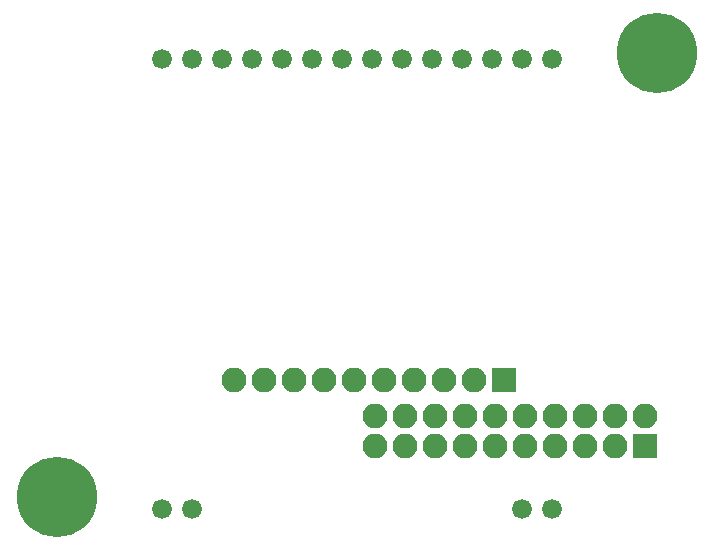
<source format=gbs>
G04 #@! TF.GenerationSoftware,KiCad,Pcbnew,(5.1.6-0-10_14)*
G04 #@! TF.CreationDate,2021-08-09T12:52:48+02:00*
G04 #@! TF.ProjectId,dogs102,646f6773-3130-4322-9e6b-696361645f70,rev?*
G04 #@! TF.SameCoordinates,Original*
G04 #@! TF.FileFunction,Soldermask,Bot*
G04 #@! TF.FilePolarity,Negative*
%FSLAX46Y46*%
G04 Gerber Fmt 4.6, Leading zero omitted, Abs format (unit mm)*
G04 Created by KiCad (PCBNEW (5.1.6-0-10_14)) date 2021-08-09 12:52:48*
%MOMM*%
%LPD*%
G01*
G04 APERTURE LIST*
%ADD10O,2.100000X2.100000*%
%ADD11R,2.100000X2.100000*%
%ADD12C,1.200000*%
%ADD13C,6.800000*%
%ADD14C,1.680000*%
G04 APERTURE END LIST*
D10*
X148590000Y-116586000D03*
X148590000Y-119126000D03*
X151130000Y-116586000D03*
X151130000Y-119126000D03*
X153670000Y-116586000D03*
X153670000Y-119126000D03*
X156210000Y-116586000D03*
X156210000Y-119126000D03*
X158750000Y-116586000D03*
X158750000Y-119126000D03*
X161290000Y-116586000D03*
X161290000Y-119126000D03*
X163830000Y-116586000D03*
X163830000Y-119126000D03*
X166370000Y-116586000D03*
X166370000Y-119126000D03*
X168910000Y-116586000D03*
X168910000Y-119126000D03*
X171450000Y-116586000D03*
D11*
X171450000Y-119126000D03*
D12*
X174163056Y-84154944D03*
X172466000Y-83452000D03*
X170768944Y-84154944D03*
X170066000Y-85852000D03*
X170768944Y-87549056D03*
X172466000Y-88252000D03*
X174163056Y-87549056D03*
X174866000Y-85852000D03*
D13*
X172466000Y-85852000D03*
D12*
X123363056Y-121746944D03*
X121666000Y-121044000D03*
X119968944Y-121746944D03*
X119266000Y-123444000D03*
X119968944Y-125141056D03*
X121666000Y-125844000D03*
X123363056Y-125141056D03*
X124066000Y-123444000D03*
D13*
X121666000Y-123444000D03*
D10*
X136652000Y-113538000D03*
X139192000Y-113538000D03*
X141732000Y-113538000D03*
X144272000Y-113538000D03*
X146812000Y-113538000D03*
X149352000Y-113538000D03*
X151892000Y-113538000D03*
X154432000Y-113538000D03*
X156972000Y-113538000D03*
D11*
X159512000Y-113538000D03*
D14*
X163576000Y-86360000D03*
X161036000Y-86360000D03*
X158496000Y-86360000D03*
X155956000Y-86360000D03*
X153416000Y-86360000D03*
X150876000Y-86360000D03*
X148336000Y-86360000D03*
X145796000Y-86360000D03*
X143256000Y-86360000D03*
X140716000Y-86360000D03*
X138176000Y-86360000D03*
X135636000Y-86360000D03*
X133096000Y-86360000D03*
X130556000Y-86360000D03*
X161036000Y-124460000D03*
X163576000Y-124460000D03*
X133096000Y-124460000D03*
X130556000Y-124460000D03*
M02*

</source>
